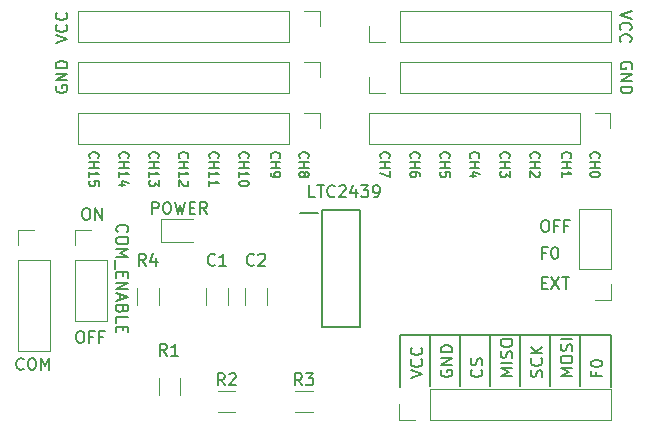
<source format=gbr>
%TF.GenerationSoftware,KiCad,Pcbnew,7.0.9*%
%TF.CreationDate,2023-12-10T22:34:59+01:00*%
%TF.ProjectId,LTC2439-Evaluation-board,4c544332-3433-4392-9d45-76616c756174,rev?*%
%TF.SameCoordinates,Original*%
%TF.FileFunction,Legend,Top*%
%TF.FilePolarity,Positive*%
%FSLAX46Y46*%
G04 Gerber Fmt 4.6, Leading zero omitted, Abs format (unit mm)*
G04 Created by KiCad (PCBNEW 7.0.9) date 2023-12-10 22:34:59*
%MOMM*%
%LPD*%
G01*
G04 APERTURE LIST*
%ADD10C,0.150000*%
%ADD11C,0.200000*%
%ADD12C,0.120000*%
G04 APERTURE END LIST*
D10*
X152146000Y-94700000D02*
X152146000Y-90424000D01*
X144526000Y-94700000D02*
X144526000Y-90424000D01*
X149600000Y-94700000D02*
X149600000Y-90450000D01*
X157300000Y-94800000D02*
X157300000Y-90500000D01*
X141986000Y-90424000D02*
X154686000Y-90424000D01*
X154686000Y-94700000D02*
X154686000Y-90424000D01*
X147066000Y-94700000D02*
X147066000Y-90424000D01*
X141986000Y-90424000D02*
X139625000Y-90425000D01*
X157091429Y-90425712D02*
X157300000Y-90425000D01*
X141990000Y-94680000D02*
X141986000Y-90424000D01*
X139625000Y-90425000D02*
X139445372Y-90424605D01*
X157300000Y-90500000D02*
X157300000Y-90425000D01*
X154686000Y-90424000D02*
X157091429Y-90425712D01*
X139450000Y-94825000D02*
X139450000Y-90475000D01*
X130991895Y-75422303D02*
X130953800Y-75384207D01*
X130953800Y-75384207D02*
X130915704Y-75269922D01*
X130915704Y-75269922D02*
X130915704Y-75193731D01*
X130915704Y-75193731D02*
X130953800Y-75079445D01*
X130953800Y-75079445D02*
X131029990Y-75003255D01*
X131029990Y-75003255D02*
X131106180Y-74965160D01*
X131106180Y-74965160D02*
X131258561Y-74927064D01*
X131258561Y-74927064D02*
X131372847Y-74927064D01*
X131372847Y-74927064D02*
X131525228Y-74965160D01*
X131525228Y-74965160D02*
X131601419Y-75003255D01*
X131601419Y-75003255D02*
X131677609Y-75079445D01*
X131677609Y-75079445D02*
X131715704Y-75193731D01*
X131715704Y-75193731D02*
X131715704Y-75269922D01*
X131715704Y-75269922D02*
X131677609Y-75384207D01*
X131677609Y-75384207D02*
X131639514Y-75422303D01*
X130915704Y-75765160D02*
X131715704Y-75765160D01*
X131334752Y-75765160D02*
X131334752Y-76222303D01*
X130915704Y-76222303D02*
X131715704Y-76222303D01*
X131372847Y-76717540D02*
X131410942Y-76641350D01*
X131410942Y-76641350D02*
X131449038Y-76603255D01*
X131449038Y-76603255D02*
X131525228Y-76565159D01*
X131525228Y-76565159D02*
X131563323Y-76565159D01*
X131563323Y-76565159D02*
X131639514Y-76603255D01*
X131639514Y-76603255D02*
X131677609Y-76641350D01*
X131677609Y-76641350D02*
X131715704Y-76717540D01*
X131715704Y-76717540D02*
X131715704Y-76869921D01*
X131715704Y-76869921D02*
X131677609Y-76946112D01*
X131677609Y-76946112D02*
X131639514Y-76984207D01*
X131639514Y-76984207D02*
X131563323Y-77022302D01*
X131563323Y-77022302D02*
X131525228Y-77022302D01*
X131525228Y-77022302D02*
X131449038Y-76984207D01*
X131449038Y-76984207D02*
X131410942Y-76946112D01*
X131410942Y-76946112D02*
X131372847Y-76869921D01*
X131372847Y-76869921D02*
X131372847Y-76717540D01*
X131372847Y-76717540D02*
X131334752Y-76641350D01*
X131334752Y-76641350D02*
X131296657Y-76603255D01*
X131296657Y-76603255D02*
X131220466Y-76565159D01*
X131220466Y-76565159D02*
X131068085Y-76565159D01*
X131068085Y-76565159D02*
X130991895Y-76603255D01*
X130991895Y-76603255D02*
X130953800Y-76641350D01*
X130953800Y-76641350D02*
X130915704Y-76717540D01*
X130915704Y-76717540D02*
X130915704Y-76869921D01*
X130915704Y-76869921D02*
X130953800Y-76946112D01*
X130953800Y-76946112D02*
X130991895Y-76984207D01*
X130991895Y-76984207D02*
X131068085Y-77022302D01*
X131068085Y-77022302D02*
X131220466Y-77022302D01*
X131220466Y-77022302D02*
X131296657Y-76984207D01*
X131296657Y-76984207D02*
X131334752Y-76946112D01*
X131334752Y-76946112D02*
X131372847Y-76869921D01*
X156064009Y-93563887D02*
X156064009Y-93897220D01*
X156587819Y-93897220D02*
X155587819Y-93897220D01*
X155587819Y-93897220D02*
X155587819Y-93421030D01*
X155587819Y-92849601D02*
X155587819Y-92754363D01*
X155587819Y-92754363D02*
X155635438Y-92659125D01*
X155635438Y-92659125D02*
X155683057Y-92611506D01*
X155683057Y-92611506D02*
X155778295Y-92563887D01*
X155778295Y-92563887D02*
X155968771Y-92516268D01*
X155968771Y-92516268D02*
X156206866Y-92516268D01*
X156206866Y-92516268D02*
X156397342Y-92563887D01*
X156397342Y-92563887D02*
X156492580Y-92611506D01*
X156492580Y-92611506D02*
X156540200Y-92659125D01*
X156540200Y-92659125D02*
X156587819Y-92754363D01*
X156587819Y-92754363D02*
X156587819Y-92849601D01*
X156587819Y-92849601D02*
X156540200Y-92944839D01*
X156540200Y-92944839D02*
X156492580Y-92992458D01*
X156492580Y-92992458D02*
X156397342Y-93040077D01*
X156397342Y-93040077D02*
X156206866Y-93087696D01*
X156206866Y-93087696D02*
X155968771Y-93087696D01*
X155968771Y-93087696D02*
X155778295Y-93040077D01*
X155778295Y-93040077D02*
X155683057Y-92992458D01*
X155683057Y-92992458D02*
X155635438Y-92944839D01*
X155635438Y-92944839D02*
X155587819Y-92849601D01*
X151460200Y-93944839D02*
X151507819Y-93801982D01*
X151507819Y-93801982D02*
X151507819Y-93563887D01*
X151507819Y-93563887D02*
X151460200Y-93468649D01*
X151460200Y-93468649D02*
X151412580Y-93421030D01*
X151412580Y-93421030D02*
X151317342Y-93373411D01*
X151317342Y-93373411D02*
X151222104Y-93373411D01*
X151222104Y-93373411D02*
X151126866Y-93421030D01*
X151126866Y-93421030D02*
X151079247Y-93468649D01*
X151079247Y-93468649D02*
X151031628Y-93563887D01*
X151031628Y-93563887D02*
X150984009Y-93754363D01*
X150984009Y-93754363D02*
X150936390Y-93849601D01*
X150936390Y-93849601D02*
X150888771Y-93897220D01*
X150888771Y-93897220D02*
X150793533Y-93944839D01*
X150793533Y-93944839D02*
X150698295Y-93944839D01*
X150698295Y-93944839D02*
X150603057Y-93897220D01*
X150603057Y-93897220D02*
X150555438Y-93849601D01*
X150555438Y-93849601D02*
X150507819Y-93754363D01*
X150507819Y-93754363D02*
X150507819Y-93516268D01*
X150507819Y-93516268D02*
X150555438Y-93373411D01*
X151412580Y-92373411D02*
X151460200Y-92421030D01*
X151460200Y-92421030D02*
X151507819Y-92563887D01*
X151507819Y-92563887D02*
X151507819Y-92659125D01*
X151507819Y-92659125D02*
X151460200Y-92801982D01*
X151460200Y-92801982D02*
X151364961Y-92897220D01*
X151364961Y-92897220D02*
X151269723Y-92944839D01*
X151269723Y-92944839D02*
X151079247Y-92992458D01*
X151079247Y-92992458D02*
X150936390Y-92992458D01*
X150936390Y-92992458D02*
X150745914Y-92944839D01*
X150745914Y-92944839D02*
X150650676Y-92897220D01*
X150650676Y-92897220D02*
X150555438Y-92801982D01*
X150555438Y-92801982D02*
X150507819Y-92659125D01*
X150507819Y-92659125D02*
X150507819Y-92563887D01*
X150507819Y-92563887D02*
X150555438Y-92421030D01*
X150555438Y-92421030D02*
X150603057Y-92373411D01*
X151507819Y-91944839D02*
X150507819Y-91944839D01*
X151507819Y-91373411D02*
X150936390Y-91801982D01*
X150507819Y-91373411D02*
X151079247Y-91944839D01*
X137849895Y-75422303D02*
X137811800Y-75384207D01*
X137811800Y-75384207D02*
X137773704Y-75269922D01*
X137773704Y-75269922D02*
X137773704Y-75193731D01*
X137773704Y-75193731D02*
X137811800Y-75079445D01*
X137811800Y-75079445D02*
X137887990Y-75003255D01*
X137887990Y-75003255D02*
X137964180Y-74965160D01*
X137964180Y-74965160D02*
X138116561Y-74927064D01*
X138116561Y-74927064D02*
X138230847Y-74927064D01*
X138230847Y-74927064D02*
X138383228Y-74965160D01*
X138383228Y-74965160D02*
X138459419Y-75003255D01*
X138459419Y-75003255D02*
X138535609Y-75079445D01*
X138535609Y-75079445D02*
X138573704Y-75193731D01*
X138573704Y-75193731D02*
X138573704Y-75269922D01*
X138573704Y-75269922D02*
X138535609Y-75384207D01*
X138535609Y-75384207D02*
X138497514Y-75422303D01*
X137773704Y-75765160D02*
X138573704Y-75765160D01*
X138192752Y-75765160D02*
X138192752Y-76222303D01*
X137773704Y-76222303D02*
X138573704Y-76222303D01*
X138573704Y-76527064D02*
X138573704Y-77060398D01*
X138573704Y-77060398D02*
X137773704Y-76717540D01*
X115541419Y-81680207D02*
X115493800Y-81632588D01*
X115493800Y-81632588D02*
X115446180Y-81489731D01*
X115446180Y-81489731D02*
X115446180Y-81394493D01*
X115446180Y-81394493D02*
X115493800Y-81251636D01*
X115493800Y-81251636D02*
X115589038Y-81156398D01*
X115589038Y-81156398D02*
X115684276Y-81108779D01*
X115684276Y-81108779D02*
X115874752Y-81061160D01*
X115874752Y-81061160D02*
X116017609Y-81061160D01*
X116017609Y-81061160D02*
X116208085Y-81108779D01*
X116208085Y-81108779D02*
X116303323Y-81156398D01*
X116303323Y-81156398D02*
X116398561Y-81251636D01*
X116398561Y-81251636D02*
X116446180Y-81394493D01*
X116446180Y-81394493D02*
X116446180Y-81489731D01*
X116446180Y-81489731D02*
X116398561Y-81632588D01*
X116398561Y-81632588D02*
X116350942Y-81680207D01*
X116446180Y-82299255D02*
X116446180Y-82489731D01*
X116446180Y-82489731D02*
X116398561Y-82584969D01*
X116398561Y-82584969D02*
X116303323Y-82680207D01*
X116303323Y-82680207D02*
X116112847Y-82727826D01*
X116112847Y-82727826D02*
X115779514Y-82727826D01*
X115779514Y-82727826D02*
X115589038Y-82680207D01*
X115589038Y-82680207D02*
X115493800Y-82584969D01*
X115493800Y-82584969D02*
X115446180Y-82489731D01*
X115446180Y-82489731D02*
X115446180Y-82299255D01*
X115446180Y-82299255D02*
X115493800Y-82204017D01*
X115493800Y-82204017D02*
X115589038Y-82108779D01*
X115589038Y-82108779D02*
X115779514Y-82061160D01*
X115779514Y-82061160D02*
X116112847Y-82061160D01*
X116112847Y-82061160D02*
X116303323Y-82108779D01*
X116303323Y-82108779D02*
X116398561Y-82204017D01*
X116398561Y-82204017D02*
X116446180Y-82299255D01*
X115446180Y-83156398D02*
X116446180Y-83156398D01*
X116446180Y-83156398D02*
X115731895Y-83489731D01*
X115731895Y-83489731D02*
X116446180Y-83823064D01*
X116446180Y-83823064D02*
X115446180Y-83823064D01*
X115350942Y-84061160D02*
X115350942Y-84823064D01*
X115969990Y-85061160D02*
X115969990Y-85394493D01*
X115446180Y-85537350D02*
X115446180Y-85061160D01*
X115446180Y-85061160D02*
X116446180Y-85061160D01*
X116446180Y-85061160D02*
X116446180Y-85537350D01*
X115446180Y-85965922D02*
X116446180Y-85965922D01*
X116446180Y-85965922D02*
X115446180Y-86537350D01*
X115446180Y-86537350D02*
X116446180Y-86537350D01*
X115731895Y-86965922D02*
X115731895Y-87442112D01*
X115446180Y-86870684D02*
X116446180Y-87204017D01*
X116446180Y-87204017D02*
X115446180Y-87537350D01*
X115969990Y-88204017D02*
X115922371Y-88346874D01*
X115922371Y-88346874D02*
X115874752Y-88394493D01*
X115874752Y-88394493D02*
X115779514Y-88442112D01*
X115779514Y-88442112D02*
X115636657Y-88442112D01*
X115636657Y-88442112D02*
X115541419Y-88394493D01*
X115541419Y-88394493D02*
X115493800Y-88346874D01*
X115493800Y-88346874D02*
X115446180Y-88251636D01*
X115446180Y-88251636D02*
X115446180Y-87870684D01*
X115446180Y-87870684D02*
X116446180Y-87870684D01*
X116446180Y-87870684D02*
X116446180Y-88204017D01*
X116446180Y-88204017D02*
X116398561Y-88299255D01*
X116398561Y-88299255D02*
X116350942Y-88346874D01*
X116350942Y-88346874D02*
X116255704Y-88394493D01*
X116255704Y-88394493D02*
X116160466Y-88394493D01*
X116160466Y-88394493D02*
X116065228Y-88346874D01*
X116065228Y-88346874D02*
X116017609Y-88299255D01*
X116017609Y-88299255D02*
X115969990Y-88204017D01*
X115969990Y-88204017D02*
X115969990Y-87870684D01*
X115446180Y-89346874D02*
X115446180Y-88870684D01*
X115446180Y-88870684D02*
X116446180Y-88870684D01*
X115969990Y-89680208D02*
X115969990Y-90013541D01*
X115446180Y-90156398D02*
X115446180Y-89680208D01*
X115446180Y-89680208D02*
X116446180Y-89680208D01*
X116446180Y-89680208D02*
X116446180Y-90156398D01*
X140389895Y-75422303D02*
X140351800Y-75384207D01*
X140351800Y-75384207D02*
X140313704Y-75269922D01*
X140313704Y-75269922D02*
X140313704Y-75193731D01*
X140313704Y-75193731D02*
X140351800Y-75079445D01*
X140351800Y-75079445D02*
X140427990Y-75003255D01*
X140427990Y-75003255D02*
X140504180Y-74965160D01*
X140504180Y-74965160D02*
X140656561Y-74927064D01*
X140656561Y-74927064D02*
X140770847Y-74927064D01*
X140770847Y-74927064D02*
X140923228Y-74965160D01*
X140923228Y-74965160D02*
X140999419Y-75003255D01*
X140999419Y-75003255D02*
X141075609Y-75079445D01*
X141075609Y-75079445D02*
X141113704Y-75193731D01*
X141113704Y-75193731D02*
X141113704Y-75269922D01*
X141113704Y-75269922D02*
X141075609Y-75384207D01*
X141075609Y-75384207D02*
X141037514Y-75422303D01*
X140313704Y-75765160D02*
X141113704Y-75765160D01*
X140732752Y-75765160D02*
X140732752Y-76222303D01*
X140313704Y-76222303D02*
X141113704Y-76222303D01*
X141113704Y-76946112D02*
X141113704Y-76793731D01*
X141113704Y-76793731D02*
X141075609Y-76717540D01*
X141075609Y-76717540D02*
X141037514Y-76679445D01*
X141037514Y-76679445D02*
X140923228Y-76603255D01*
X140923228Y-76603255D02*
X140770847Y-76565159D01*
X140770847Y-76565159D02*
X140466085Y-76565159D01*
X140466085Y-76565159D02*
X140389895Y-76603255D01*
X140389895Y-76603255D02*
X140351800Y-76641350D01*
X140351800Y-76641350D02*
X140313704Y-76717540D01*
X140313704Y-76717540D02*
X140313704Y-76869921D01*
X140313704Y-76869921D02*
X140351800Y-76946112D01*
X140351800Y-76946112D02*
X140389895Y-76984207D01*
X140389895Y-76984207D02*
X140466085Y-77022302D01*
X140466085Y-77022302D02*
X140656561Y-77022302D01*
X140656561Y-77022302D02*
X140732752Y-76984207D01*
X140732752Y-76984207D02*
X140770847Y-76946112D01*
X140770847Y-76946112D02*
X140808942Y-76869921D01*
X140808942Y-76869921D02*
X140808942Y-76717540D01*
X140808942Y-76717540D02*
X140770847Y-76641350D01*
X140770847Y-76641350D02*
X140732752Y-76603255D01*
X140732752Y-76603255D02*
X140656561Y-76565159D01*
X112795255Y-79641819D02*
X112985731Y-79641819D01*
X112985731Y-79641819D02*
X113080969Y-79689438D01*
X113080969Y-79689438D02*
X113176207Y-79784676D01*
X113176207Y-79784676D02*
X113223826Y-79975152D01*
X113223826Y-79975152D02*
X113223826Y-80308485D01*
X113223826Y-80308485D02*
X113176207Y-80498961D01*
X113176207Y-80498961D02*
X113080969Y-80594200D01*
X113080969Y-80594200D02*
X112985731Y-80641819D01*
X112985731Y-80641819D02*
X112795255Y-80641819D01*
X112795255Y-80641819D02*
X112700017Y-80594200D01*
X112700017Y-80594200D02*
X112604779Y-80498961D01*
X112604779Y-80498961D02*
X112557160Y-80308485D01*
X112557160Y-80308485D02*
X112557160Y-79975152D01*
X112557160Y-79975152D02*
X112604779Y-79784676D01*
X112604779Y-79784676D02*
X112700017Y-79689438D01*
X112700017Y-79689438D02*
X112795255Y-79641819D01*
X113652398Y-80641819D02*
X113652398Y-79641819D01*
X113652398Y-79641819D02*
X114223826Y-80641819D01*
X114223826Y-80641819D02*
X114223826Y-79641819D01*
X128568895Y-75422303D02*
X128530800Y-75384207D01*
X128530800Y-75384207D02*
X128492704Y-75269922D01*
X128492704Y-75269922D02*
X128492704Y-75193731D01*
X128492704Y-75193731D02*
X128530800Y-75079445D01*
X128530800Y-75079445D02*
X128606990Y-75003255D01*
X128606990Y-75003255D02*
X128683180Y-74965160D01*
X128683180Y-74965160D02*
X128835561Y-74927064D01*
X128835561Y-74927064D02*
X128949847Y-74927064D01*
X128949847Y-74927064D02*
X129102228Y-74965160D01*
X129102228Y-74965160D02*
X129178419Y-75003255D01*
X129178419Y-75003255D02*
X129254609Y-75079445D01*
X129254609Y-75079445D02*
X129292704Y-75193731D01*
X129292704Y-75193731D02*
X129292704Y-75269922D01*
X129292704Y-75269922D02*
X129254609Y-75384207D01*
X129254609Y-75384207D02*
X129216514Y-75422303D01*
X128492704Y-75765160D02*
X129292704Y-75765160D01*
X128911752Y-75765160D02*
X128911752Y-76222303D01*
X128492704Y-76222303D02*
X129292704Y-76222303D01*
X128492704Y-76641350D02*
X128492704Y-76793731D01*
X128492704Y-76793731D02*
X128530800Y-76869921D01*
X128530800Y-76869921D02*
X128568895Y-76908017D01*
X128568895Y-76908017D02*
X128683180Y-76984207D01*
X128683180Y-76984207D02*
X128835561Y-77022302D01*
X128835561Y-77022302D02*
X129140323Y-77022302D01*
X129140323Y-77022302D02*
X129216514Y-76984207D01*
X129216514Y-76984207D02*
X129254609Y-76946112D01*
X129254609Y-76946112D02*
X129292704Y-76869921D01*
X129292704Y-76869921D02*
X129292704Y-76717540D01*
X129292704Y-76717540D02*
X129254609Y-76641350D01*
X129254609Y-76641350D02*
X129216514Y-76603255D01*
X129216514Y-76603255D02*
X129140323Y-76565159D01*
X129140323Y-76565159D02*
X128949847Y-76565159D01*
X128949847Y-76565159D02*
X128873657Y-76603255D01*
X128873657Y-76603255D02*
X128835561Y-76641350D01*
X128835561Y-76641350D02*
X128797466Y-76717540D01*
X128797466Y-76717540D02*
X128797466Y-76869921D01*
X128797466Y-76869921D02*
X128835561Y-76946112D01*
X128835561Y-76946112D02*
X128873657Y-76984207D01*
X128873657Y-76984207D02*
X128949847Y-77022302D01*
X118446779Y-80133819D02*
X118446779Y-79133819D01*
X118446779Y-79133819D02*
X118827731Y-79133819D01*
X118827731Y-79133819D02*
X118922969Y-79181438D01*
X118922969Y-79181438D02*
X118970588Y-79229057D01*
X118970588Y-79229057D02*
X119018207Y-79324295D01*
X119018207Y-79324295D02*
X119018207Y-79467152D01*
X119018207Y-79467152D02*
X118970588Y-79562390D01*
X118970588Y-79562390D02*
X118922969Y-79610009D01*
X118922969Y-79610009D02*
X118827731Y-79657628D01*
X118827731Y-79657628D02*
X118446779Y-79657628D01*
X119637255Y-79133819D02*
X119827731Y-79133819D01*
X119827731Y-79133819D02*
X119922969Y-79181438D01*
X119922969Y-79181438D02*
X120018207Y-79276676D01*
X120018207Y-79276676D02*
X120065826Y-79467152D01*
X120065826Y-79467152D02*
X120065826Y-79800485D01*
X120065826Y-79800485D02*
X120018207Y-79990961D01*
X120018207Y-79990961D02*
X119922969Y-80086200D01*
X119922969Y-80086200D02*
X119827731Y-80133819D01*
X119827731Y-80133819D02*
X119637255Y-80133819D01*
X119637255Y-80133819D02*
X119542017Y-80086200D01*
X119542017Y-80086200D02*
X119446779Y-79990961D01*
X119446779Y-79990961D02*
X119399160Y-79800485D01*
X119399160Y-79800485D02*
X119399160Y-79467152D01*
X119399160Y-79467152D02*
X119446779Y-79276676D01*
X119446779Y-79276676D02*
X119542017Y-79181438D01*
X119542017Y-79181438D02*
X119637255Y-79133819D01*
X120399160Y-79133819D02*
X120637255Y-80133819D01*
X120637255Y-80133819D02*
X120827731Y-79419533D01*
X120827731Y-79419533D02*
X121018207Y-80133819D01*
X121018207Y-80133819D02*
X121256303Y-79133819D01*
X121637255Y-79610009D02*
X121970588Y-79610009D01*
X122113445Y-80133819D02*
X121637255Y-80133819D01*
X121637255Y-80133819D02*
X121637255Y-79133819D01*
X121637255Y-79133819D02*
X122113445Y-79133819D01*
X123113445Y-80133819D02*
X122780112Y-79657628D01*
X122542017Y-80133819D02*
X122542017Y-79133819D01*
X122542017Y-79133819D02*
X122922969Y-79133819D01*
X122922969Y-79133819D02*
X123018207Y-79181438D01*
X123018207Y-79181438D02*
X123065826Y-79229057D01*
X123065826Y-79229057D02*
X123113445Y-79324295D01*
X123113445Y-79324295D02*
X123113445Y-79467152D01*
X123113445Y-79467152D02*
X123065826Y-79562390D01*
X123065826Y-79562390D02*
X123018207Y-79610009D01*
X123018207Y-79610009D02*
X122922969Y-79657628D01*
X122922969Y-79657628D02*
X122542017Y-79657628D01*
X123371895Y-75422303D02*
X123333800Y-75384207D01*
X123333800Y-75384207D02*
X123295704Y-75269922D01*
X123295704Y-75269922D02*
X123295704Y-75193731D01*
X123295704Y-75193731D02*
X123333800Y-75079445D01*
X123333800Y-75079445D02*
X123409990Y-75003255D01*
X123409990Y-75003255D02*
X123486180Y-74965160D01*
X123486180Y-74965160D02*
X123638561Y-74927064D01*
X123638561Y-74927064D02*
X123752847Y-74927064D01*
X123752847Y-74927064D02*
X123905228Y-74965160D01*
X123905228Y-74965160D02*
X123981419Y-75003255D01*
X123981419Y-75003255D02*
X124057609Y-75079445D01*
X124057609Y-75079445D02*
X124095704Y-75193731D01*
X124095704Y-75193731D02*
X124095704Y-75269922D01*
X124095704Y-75269922D02*
X124057609Y-75384207D01*
X124057609Y-75384207D02*
X124019514Y-75422303D01*
X123295704Y-75765160D02*
X124095704Y-75765160D01*
X123714752Y-75765160D02*
X123714752Y-76222303D01*
X123295704Y-76222303D02*
X124095704Y-76222303D01*
X123295704Y-77022302D02*
X123295704Y-76565159D01*
X123295704Y-76793731D02*
X124095704Y-76793731D01*
X124095704Y-76793731D02*
X123981419Y-76717540D01*
X123981419Y-76717540D02*
X123905228Y-76641350D01*
X123905228Y-76641350D02*
X123867133Y-76565159D01*
X123295704Y-77784207D02*
X123295704Y-77327064D01*
X123295704Y-77555636D02*
X124095704Y-77555636D01*
X124095704Y-77555636D02*
X123981419Y-77479445D01*
X123981419Y-77479445D02*
X123905228Y-77403255D01*
X123905228Y-77403255D02*
X123867133Y-77327064D01*
X159082561Y-67835588D02*
X159130180Y-67740350D01*
X159130180Y-67740350D02*
X159130180Y-67597493D01*
X159130180Y-67597493D02*
X159082561Y-67454636D01*
X159082561Y-67454636D02*
X158987323Y-67359398D01*
X158987323Y-67359398D02*
X158892085Y-67311779D01*
X158892085Y-67311779D02*
X158701609Y-67264160D01*
X158701609Y-67264160D02*
X158558752Y-67264160D01*
X158558752Y-67264160D02*
X158368276Y-67311779D01*
X158368276Y-67311779D02*
X158273038Y-67359398D01*
X158273038Y-67359398D02*
X158177800Y-67454636D01*
X158177800Y-67454636D02*
X158130180Y-67597493D01*
X158130180Y-67597493D02*
X158130180Y-67692731D01*
X158130180Y-67692731D02*
X158177800Y-67835588D01*
X158177800Y-67835588D02*
X158225419Y-67883207D01*
X158225419Y-67883207D02*
X158558752Y-67883207D01*
X158558752Y-67883207D02*
X158558752Y-67692731D01*
X158130180Y-68311779D02*
X159130180Y-68311779D01*
X159130180Y-68311779D02*
X158130180Y-68883207D01*
X158130180Y-68883207D02*
X159130180Y-68883207D01*
X158130180Y-69359398D02*
X159130180Y-69359398D01*
X159130180Y-69359398D02*
X159130180Y-69597493D01*
X159130180Y-69597493D02*
X159082561Y-69740350D01*
X159082561Y-69740350D02*
X158987323Y-69835588D01*
X158987323Y-69835588D02*
X158892085Y-69883207D01*
X158892085Y-69883207D02*
X158701609Y-69930826D01*
X158701609Y-69930826D02*
X158558752Y-69930826D01*
X158558752Y-69930826D02*
X158368276Y-69883207D01*
X158368276Y-69883207D02*
X158273038Y-69835588D01*
X158273038Y-69835588D02*
X158177800Y-69740350D01*
X158177800Y-69740350D02*
X158130180Y-69597493D01*
X158130180Y-69597493D02*
X158130180Y-69359398D01*
X107588207Y-93246580D02*
X107540588Y-93294200D01*
X107540588Y-93294200D02*
X107397731Y-93341819D01*
X107397731Y-93341819D02*
X107302493Y-93341819D01*
X107302493Y-93341819D02*
X107159636Y-93294200D01*
X107159636Y-93294200D02*
X107064398Y-93198961D01*
X107064398Y-93198961D02*
X107016779Y-93103723D01*
X107016779Y-93103723D02*
X106969160Y-92913247D01*
X106969160Y-92913247D02*
X106969160Y-92770390D01*
X106969160Y-92770390D02*
X107016779Y-92579914D01*
X107016779Y-92579914D02*
X107064398Y-92484676D01*
X107064398Y-92484676D02*
X107159636Y-92389438D01*
X107159636Y-92389438D02*
X107302493Y-92341819D01*
X107302493Y-92341819D02*
X107397731Y-92341819D01*
X107397731Y-92341819D02*
X107540588Y-92389438D01*
X107540588Y-92389438D02*
X107588207Y-92437057D01*
X108207255Y-92341819D02*
X108397731Y-92341819D01*
X108397731Y-92341819D02*
X108492969Y-92389438D01*
X108492969Y-92389438D02*
X108588207Y-92484676D01*
X108588207Y-92484676D02*
X108635826Y-92675152D01*
X108635826Y-92675152D02*
X108635826Y-93008485D01*
X108635826Y-93008485D02*
X108588207Y-93198961D01*
X108588207Y-93198961D02*
X108492969Y-93294200D01*
X108492969Y-93294200D02*
X108397731Y-93341819D01*
X108397731Y-93341819D02*
X108207255Y-93341819D01*
X108207255Y-93341819D02*
X108112017Y-93294200D01*
X108112017Y-93294200D02*
X108016779Y-93198961D01*
X108016779Y-93198961D02*
X107969160Y-93008485D01*
X107969160Y-93008485D02*
X107969160Y-92675152D01*
X107969160Y-92675152D02*
X108016779Y-92484676D01*
X108016779Y-92484676D02*
X108112017Y-92389438D01*
X108112017Y-92389438D02*
X108207255Y-92341819D01*
X109064398Y-93341819D02*
X109064398Y-92341819D01*
X109064398Y-92341819D02*
X109397731Y-93056104D01*
X109397731Y-93056104D02*
X109731064Y-92341819D01*
X109731064Y-92341819D02*
X109731064Y-93341819D01*
X151466779Y-85960009D02*
X151800112Y-85960009D01*
X151942969Y-86483819D02*
X151466779Y-86483819D01*
X151466779Y-86483819D02*
X151466779Y-85483819D01*
X151466779Y-85483819D02*
X151942969Y-85483819D01*
X152276303Y-85483819D02*
X152942969Y-86483819D01*
X152942969Y-85483819D02*
X152276303Y-86483819D01*
X153181065Y-85483819D02*
X153752493Y-85483819D01*
X153466779Y-86483819D02*
X153466779Y-85483819D01*
X148009895Y-75422303D02*
X147971800Y-75384207D01*
X147971800Y-75384207D02*
X147933704Y-75269922D01*
X147933704Y-75269922D02*
X147933704Y-75193731D01*
X147933704Y-75193731D02*
X147971800Y-75079445D01*
X147971800Y-75079445D02*
X148047990Y-75003255D01*
X148047990Y-75003255D02*
X148124180Y-74965160D01*
X148124180Y-74965160D02*
X148276561Y-74927064D01*
X148276561Y-74927064D02*
X148390847Y-74927064D01*
X148390847Y-74927064D02*
X148543228Y-74965160D01*
X148543228Y-74965160D02*
X148619419Y-75003255D01*
X148619419Y-75003255D02*
X148695609Y-75079445D01*
X148695609Y-75079445D02*
X148733704Y-75193731D01*
X148733704Y-75193731D02*
X148733704Y-75269922D01*
X148733704Y-75269922D02*
X148695609Y-75384207D01*
X148695609Y-75384207D02*
X148657514Y-75422303D01*
X147933704Y-75765160D02*
X148733704Y-75765160D01*
X148352752Y-75765160D02*
X148352752Y-76222303D01*
X147933704Y-76222303D02*
X148733704Y-76222303D01*
X148733704Y-76527064D02*
X148733704Y-77022302D01*
X148733704Y-77022302D02*
X148428942Y-76755636D01*
X148428942Y-76755636D02*
X148428942Y-76869921D01*
X148428942Y-76869921D02*
X148390847Y-76946112D01*
X148390847Y-76946112D02*
X148352752Y-76984207D01*
X148352752Y-76984207D02*
X148276561Y-77022302D01*
X148276561Y-77022302D02*
X148086085Y-77022302D01*
X148086085Y-77022302D02*
X148009895Y-76984207D01*
X148009895Y-76984207D02*
X147971800Y-76946112D01*
X147971800Y-76946112D02*
X147933704Y-76869921D01*
X147933704Y-76869921D02*
X147933704Y-76641350D01*
X147933704Y-76641350D02*
X147971800Y-76565159D01*
X147971800Y-76565159D02*
X148009895Y-76527064D01*
X140347819Y-94040077D02*
X141347819Y-93706744D01*
X141347819Y-93706744D02*
X140347819Y-93373411D01*
X141252580Y-92468649D02*
X141300200Y-92516268D01*
X141300200Y-92516268D02*
X141347819Y-92659125D01*
X141347819Y-92659125D02*
X141347819Y-92754363D01*
X141347819Y-92754363D02*
X141300200Y-92897220D01*
X141300200Y-92897220D02*
X141204961Y-92992458D01*
X141204961Y-92992458D02*
X141109723Y-93040077D01*
X141109723Y-93040077D02*
X140919247Y-93087696D01*
X140919247Y-93087696D02*
X140776390Y-93087696D01*
X140776390Y-93087696D02*
X140585914Y-93040077D01*
X140585914Y-93040077D02*
X140490676Y-92992458D01*
X140490676Y-92992458D02*
X140395438Y-92897220D01*
X140395438Y-92897220D02*
X140347819Y-92754363D01*
X140347819Y-92754363D02*
X140347819Y-92659125D01*
X140347819Y-92659125D02*
X140395438Y-92516268D01*
X140395438Y-92516268D02*
X140443057Y-92468649D01*
X141252580Y-91468649D02*
X141300200Y-91516268D01*
X141300200Y-91516268D02*
X141347819Y-91659125D01*
X141347819Y-91659125D02*
X141347819Y-91754363D01*
X141347819Y-91754363D02*
X141300200Y-91897220D01*
X141300200Y-91897220D02*
X141204961Y-91992458D01*
X141204961Y-91992458D02*
X141109723Y-92040077D01*
X141109723Y-92040077D02*
X140919247Y-92087696D01*
X140919247Y-92087696D02*
X140776390Y-92087696D01*
X140776390Y-92087696D02*
X140585914Y-92040077D01*
X140585914Y-92040077D02*
X140490676Y-91992458D01*
X140490676Y-91992458D02*
X140395438Y-91897220D01*
X140395438Y-91897220D02*
X140347819Y-91754363D01*
X140347819Y-91754363D02*
X140347819Y-91659125D01*
X140347819Y-91659125D02*
X140395438Y-91516268D01*
X140395438Y-91516268D02*
X140443057Y-91468649D01*
X155629895Y-75422303D02*
X155591800Y-75384207D01*
X155591800Y-75384207D02*
X155553704Y-75269922D01*
X155553704Y-75269922D02*
X155553704Y-75193731D01*
X155553704Y-75193731D02*
X155591800Y-75079445D01*
X155591800Y-75079445D02*
X155667990Y-75003255D01*
X155667990Y-75003255D02*
X155744180Y-74965160D01*
X155744180Y-74965160D02*
X155896561Y-74927064D01*
X155896561Y-74927064D02*
X156010847Y-74927064D01*
X156010847Y-74927064D02*
X156163228Y-74965160D01*
X156163228Y-74965160D02*
X156239419Y-75003255D01*
X156239419Y-75003255D02*
X156315609Y-75079445D01*
X156315609Y-75079445D02*
X156353704Y-75193731D01*
X156353704Y-75193731D02*
X156353704Y-75269922D01*
X156353704Y-75269922D02*
X156315609Y-75384207D01*
X156315609Y-75384207D02*
X156277514Y-75422303D01*
X155553704Y-75765160D02*
X156353704Y-75765160D01*
X155972752Y-75765160D02*
X155972752Y-76222303D01*
X155553704Y-76222303D02*
X156353704Y-76222303D01*
X156353704Y-76755636D02*
X156353704Y-76831826D01*
X156353704Y-76831826D02*
X156315609Y-76908017D01*
X156315609Y-76908017D02*
X156277514Y-76946112D01*
X156277514Y-76946112D02*
X156201323Y-76984207D01*
X156201323Y-76984207D02*
X156048942Y-77022302D01*
X156048942Y-77022302D02*
X155858466Y-77022302D01*
X155858466Y-77022302D02*
X155706085Y-76984207D01*
X155706085Y-76984207D02*
X155629895Y-76946112D01*
X155629895Y-76946112D02*
X155591800Y-76908017D01*
X155591800Y-76908017D02*
X155553704Y-76831826D01*
X155553704Y-76831826D02*
X155553704Y-76755636D01*
X155553704Y-76755636D02*
X155591800Y-76679445D01*
X155591800Y-76679445D02*
X155629895Y-76641350D01*
X155629895Y-76641350D02*
X155706085Y-76603255D01*
X155706085Y-76603255D02*
X155858466Y-76565159D01*
X155858466Y-76565159D02*
X156048942Y-76565159D01*
X156048942Y-76565159D02*
X156201323Y-76603255D01*
X156201323Y-76603255D02*
X156277514Y-76641350D01*
X156277514Y-76641350D02*
X156315609Y-76679445D01*
X156315609Y-76679445D02*
X156353704Y-76755636D01*
X150549895Y-75422303D02*
X150511800Y-75384207D01*
X150511800Y-75384207D02*
X150473704Y-75269922D01*
X150473704Y-75269922D02*
X150473704Y-75193731D01*
X150473704Y-75193731D02*
X150511800Y-75079445D01*
X150511800Y-75079445D02*
X150587990Y-75003255D01*
X150587990Y-75003255D02*
X150664180Y-74965160D01*
X150664180Y-74965160D02*
X150816561Y-74927064D01*
X150816561Y-74927064D02*
X150930847Y-74927064D01*
X150930847Y-74927064D02*
X151083228Y-74965160D01*
X151083228Y-74965160D02*
X151159419Y-75003255D01*
X151159419Y-75003255D02*
X151235609Y-75079445D01*
X151235609Y-75079445D02*
X151273704Y-75193731D01*
X151273704Y-75193731D02*
X151273704Y-75269922D01*
X151273704Y-75269922D02*
X151235609Y-75384207D01*
X151235609Y-75384207D02*
X151197514Y-75422303D01*
X150473704Y-75765160D02*
X151273704Y-75765160D01*
X150892752Y-75765160D02*
X150892752Y-76222303D01*
X150473704Y-76222303D02*
X151273704Y-76222303D01*
X151197514Y-76565159D02*
X151235609Y-76603255D01*
X151235609Y-76603255D02*
X151273704Y-76679445D01*
X151273704Y-76679445D02*
X151273704Y-76869921D01*
X151273704Y-76869921D02*
X151235609Y-76946112D01*
X151235609Y-76946112D02*
X151197514Y-76984207D01*
X151197514Y-76984207D02*
X151121323Y-77022302D01*
X151121323Y-77022302D02*
X151045133Y-77022302D01*
X151045133Y-77022302D02*
X150930847Y-76984207D01*
X150930847Y-76984207D02*
X150473704Y-76527064D01*
X150473704Y-76527064D02*
X150473704Y-77022302D01*
X146332580Y-93325792D02*
X146380200Y-93373411D01*
X146380200Y-93373411D02*
X146427819Y-93516268D01*
X146427819Y-93516268D02*
X146427819Y-93611506D01*
X146427819Y-93611506D02*
X146380200Y-93754363D01*
X146380200Y-93754363D02*
X146284961Y-93849601D01*
X146284961Y-93849601D02*
X146189723Y-93897220D01*
X146189723Y-93897220D02*
X145999247Y-93944839D01*
X145999247Y-93944839D02*
X145856390Y-93944839D01*
X145856390Y-93944839D02*
X145665914Y-93897220D01*
X145665914Y-93897220D02*
X145570676Y-93849601D01*
X145570676Y-93849601D02*
X145475438Y-93754363D01*
X145475438Y-93754363D02*
X145427819Y-93611506D01*
X145427819Y-93611506D02*
X145427819Y-93516268D01*
X145427819Y-93516268D02*
X145475438Y-93373411D01*
X145475438Y-93373411D02*
X145523057Y-93325792D01*
X146380200Y-92944839D02*
X146427819Y-92801982D01*
X146427819Y-92801982D02*
X146427819Y-92563887D01*
X146427819Y-92563887D02*
X146380200Y-92468649D01*
X146380200Y-92468649D02*
X146332580Y-92421030D01*
X146332580Y-92421030D02*
X146237342Y-92373411D01*
X146237342Y-92373411D02*
X146142104Y-92373411D01*
X146142104Y-92373411D02*
X146046866Y-92421030D01*
X146046866Y-92421030D02*
X145999247Y-92468649D01*
X145999247Y-92468649D02*
X145951628Y-92563887D01*
X145951628Y-92563887D02*
X145904009Y-92754363D01*
X145904009Y-92754363D02*
X145856390Y-92849601D01*
X145856390Y-92849601D02*
X145808771Y-92897220D01*
X145808771Y-92897220D02*
X145713533Y-92944839D01*
X145713533Y-92944839D02*
X145618295Y-92944839D01*
X145618295Y-92944839D02*
X145523057Y-92897220D01*
X145523057Y-92897220D02*
X145475438Y-92849601D01*
X145475438Y-92849601D02*
X145427819Y-92754363D01*
X145427819Y-92754363D02*
X145427819Y-92516268D01*
X145427819Y-92516268D02*
X145475438Y-92373411D01*
X125911895Y-75422303D02*
X125873800Y-75384207D01*
X125873800Y-75384207D02*
X125835704Y-75269922D01*
X125835704Y-75269922D02*
X125835704Y-75193731D01*
X125835704Y-75193731D02*
X125873800Y-75079445D01*
X125873800Y-75079445D02*
X125949990Y-75003255D01*
X125949990Y-75003255D02*
X126026180Y-74965160D01*
X126026180Y-74965160D02*
X126178561Y-74927064D01*
X126178561Y-74927064D02*
X126292847Y-74927064D01*
X126292847Y-74927064D02*
X126445228Y-74965160D01*
X126445228Y-74965160D02*
X126521419Y-75003255D01*
X126521419Y-75003255D02*
X126597609Y-75079445D01*
X126597609Y-75079445D02*
X126635704Y-75193731D01*
X126635704Y-75193731D02*
X126635704Y-75269922D01*
X126635704Y-75269922D02*
X126597609Y-75384207D01*
X126597609Y-75384207D02*
X126559514Y-75422303D01*
X125835704Y-75765160D02*
X126635704Y-75765160D01*
X126254752Y-75765160D02*
X126254752Y-76222303D01*
X125835704Y-76222303D02*
X126635704Y-76222303D01*
X125835704Y-77022302D02*
X125835704Y-76565159D01*
X125835704Y-76793731D02*
X126635704Y-76793731D01*
X126635704Y-76793731D02*
X126521419Y-76717540D01*
X126521419Y-76717540D02*
X126445228Y-76641350D01*
X126445228Y-76641350D02*
X126407133Y-76565159D01*
X126635704Y-77517541D02*
X126635704Y-77593731D01*
X126635704Y-77593731D02*
X126597609Y-77669922D01*
X126597609Y-77669922D02*
X126559514Y-77708017D01*
X126559514Y-77708017D02*
X126483323Y-77746112D01*
X126483323Y-77746112D02*
X126330942Y-77784207D01*
X126330942Y-77784207D02*
X126140466Y-77784207D01*
X126140466Y-77784207D02*
X125988085Y-77746112D01*
X125988085Y-77746112D02*
X125911895Y-77708017D01*
X125911895Y-77708017D02*
X125873800Y-77669922D01*
X125873800Y-77669922D02*
X125835704Y-77593731D01*
X125835704Y-77593731D02*
X125835704Y-77517541D01*
X125835704Y-77517541D02*
X125873800Y-77441350D01*
X125873800Y-77441350D02*
X125911895Y-77403255D01*
X125911895Y-77403255D02*
X125988085Y-77365160D01*
X125988085Y-77365160D02*
X126140466Y-77327064D01*
X126140466Y-77327064D02*
X126330942Y-77327064D01*
X126330942Y-77327064D02*
X126483323Y-77365160D01*
X126483323Y-77365160D02*
X126559514Y-77403255D01*
X126559514Y-77403255D02*
X126597609Y-77441350D01*
X126597609Y-77441350D02*
X126635704Y-77517541D01*
X110342438Y-69314411D02*
X110294819Y-69409649D01*
X110294819Y-69409649D02*
X110294819Y-69552506D01*
X110294819Y-69552506D02*
X110342438Y-69695363D01*
X110342438Y-69695363D02*
X110437676Y-69790601D01*
X110437676Y-69790601D02*
X110532914Y-69838220D01*
X110532914Y-69838220D02*
X110723390Y-69885839D01*
X110723390Y-69885839D02*
X110866247Y-69885839D01*
X110866247Y-69885839D02*
X111056723Y-69838220D01*
X111056723Y-69838220D02*
X111151961Y-69790601D01*
X111151961Y-69790601D02*
X111247200Y-69695363D01*
X111247200Y-69695363D02*
X111294819Y-69552506D01*
X111294819Y-69552506D02*
X111294819Y-69457268D01*
X111294819Y-69457268D02*
X111247200Y-69314411D01*
X111247200Y-69314411D02*
X111199580Y-69266792D01*
X111199580Y-69266792D02*
X110866247Y-69266792D01*
X110866247Y-69266792D02*
X110866247Y-69457268D01*
X111294819Y-68838220D02*
X110294819Y-68838220D01*
X110294819Y-68838220D02*
X111294819Y-68266792D01*
X111294819Y-68266792D02*
X110294819Y-68266792D01*
X111294819Y-67790601D02*
X110294819Y-67790601D01*
X110294819Y-67790601D02*
X110294819Y-67552506D01*
X110294819Y-67552506D02*
X110342438Y-67409649D01*
X110342438Y-67409649D02*
X110437676Y-67314411D01*
X110437676Y-67314411D02*
X110532914Y-67266792D01*
X110532914Y-67266792D02*
X110723390Y-67219173D01*
X110723390Y-67219173D02*
X110866247Y-67219173D01*
X110866247Y-67219173D02*
X111056723Y-67266792D01*
X111056723Y-67266792D02*
X111151961Y-67314411D01*
X111151961Y-67314411D02*
X111247200Y-67409649D01*
X111247200Y-67409649D02*
X111294819Y-67552506D01*
X111294819Y-67552506D02*
X111294819Y-67790601D01*
X113211895Y-75422303D02*
X113173800Y-75384207D01*
X113173800Y-75384207D02*
X113135704Y-75269922D01*
X113135704Y-75269922D02*
X113135704Y-75193731D01*
X113135704Y-75193731D02*
X113173800Y-75079445D01*
X113173800Y-75079445D02*
X113249990Y-75003255D01*
X113249990Y-75003255D02*
X113326180Y-74965160D01*
X113326180Y-74965160D02*
X113478561Y-74927064D01*
X113478561Y-74927064D02*
X113592847Y-74927064D01*
X113592847Y-74927064D02*
X113745228Y-74965160D01*
X113745228Y-74965160D02*
X113821419Y-75003255D01*
X113821419Y-75003255D02*
X113897609Y-75079445D01*
X113897609Y-75079445D02*
X113935704Y-75193731D01*
X113935704Y-75193731D02*
X113935704Y-75269922D01*
X113935704Y-75269922D02*
X113897609Y-75384207D01*
X113897609Y-75384207D02*
X113859514Y-75422303D01*
X113135704Y-75765160D02*
X113935704Y-75765160D01*
X113554752Y-75765160D02*
X113554752Y-76222303D01*
X113135704Y-76222303D02*
X113935704Y-76222303D01*
X113135704Y-77022302D02*
X113135704Y-76565159D01*
X113135704Y-76793731D02*
X113935704Y-76793731D01*
X113935704Y-76793731D02*
X113821419Y-76717540D01*
X113821419Y-76717540D02*
X113745228Y-76641350D01*
X113745228Y-76641350D02*
X113707133Y-76565159D01*
X113935704Y-77746112D02*
X113935704Y-77365160D01*
X113935704Y-77365160D02*
X113554752Y-77327064D01*
X113554752Y-77327064D02*
X113592847Y-77365160D01*
X113592847Y-77365160D02*
X113630942Y-77441350D01*
X113630942Y-77441350D02*
X113630942Y-77631826D01*
X113630942Y-77631826D02*
X113592847Y-77708017D01*
X113592847Y-77708017D02*
X113554752Y-77746112D01*
X113554752Y-77746112D02*
X113478561Y-77784207D01*
X113478561Y-77784207D02*
X113288085Y-77784207D01*
X113288085Y-77784207D02*
X113211895Y-77746112D01*
X113211895Y-77746112D02*
X113173800Y-77708017D01*
X113173800Y-77708017D02*
X113135704Y-77631826D01*
X113135704Y-77631826D02*
X113135704Y-77441350D01*
X113135704Y-77441350D02*
X113173800Y-77365160D01*
X113173800Y-77365160D02*
X113211895Y-77327064D01*
X112287255Y-90055819D02*
X112477731Y-90055819D01*
X112477731Y-90055819D02*
X112572969Y-90103438D01*
X112572969Y-90103438D02*
X112668207Y-90198676D01*
X112668207Y-90198676D02*
X112715826Y-90389152D01*
X112715826Y-90389152D02*
X112715826Y-90722485D01*
X112715826Y-90722485D02*
X112668207Y-90912961D01*
X112668207Y-90912961D02*
X112572969Y-91008200D01*
X112572969Y-91008200D02*
X112477731Y-91055819D01*
X112477731Y-91055819D02*
X112287255Y-91055819D01*
X112287255Y-91055819D02*
X112192017Y-91008200D01*
X112192017Y-91008200D02*
X112096779Y-90912961D01*
X112096779Y-90912961D02*
X112049160Y-90722485D01*
X112049160Y-90722485D02*
X112049160Y-90389152D01*
X112049160Y-90389152D02*
X112096779Y-90198676D01*
X112096779Y-90198676D02*
X112192017Y-90103438D01*
X112192017Y-90103438D02*
X112287255Y-90055819D01*
X113477731Y-90532009D02*
X113144398Y-90532009D01*
X113144398Y-91055819D02*
X113144398Y-90055819D01*
X113144398Y-90055819D02*
X113620588Y-90055819D01*
X114334874Y-90532009D02*
X114001541Y-90532009D01*
X114001541Y-91055819D02*
X114001541Y-90055819D01*
X114001541Y-90055819D02*
X114477731Y-90055819D01*
X145456895Y-75422303D02*
X145418800Y-75384207D01*
X145418800Y-75384207D02*
X145380704Y-75269922D01*
X145380704Y-75269922D02*
X145380704Y-75193731D01*
X145380704Y-75193731D02*
X145418800Y-75079445D01*
X145418800Y-75079445D02*
X145494990Y-75003255D01*
X145494990Y-75003255D02*
X145571180Y-74965160D01*
X145571180Y-74965160D02*
X145723561Y-74927064D01*
X145723561Y-74927064D02*
X145837847Y-74927064D01*
X145837847Y-74927064D02*
X145990228Y-74965160D01*
X145990228Y-74965160D02*
X146066419Y-75003255D01*
X146066419Y-75003255D02*
X146142609Y-75079445D01*
X146142609Y-75079445D02*
X146180704Y-75193731D01*
X146180704Y-75193731D02*
X146180704Y-75269922D01*
X146180704Y-75269922D02*
X146142609Y-75384207D01*
X146142609Y-75384207D02*
X146104514Y-75422303D01*
X145380704Y-75765160D02*
X146180704Y-75765160D01*
X145799752Y-75765160D02*
X145799752Y-76222303D01*
X145380704Y-76222303D02*
X146180704Y-76222303D01*
X145914038Y-76946112D02*
X145380704Y-76946112D01*
X146218800Y-76755636D02*
X145647371Y-76565159D01*
X145647371Y-76565159D02*
X145647371Y-77060398D01*
X153206895Y-75422303D02*
X153168800Y-75384207D01*
X153168800Y-75384207D02*
X153130704Y-75269922D01*
X153130704Y-75269922D02*
X153130704Y-75193731D01*
X153130704Y-75193731D02*
X153168800Y-75079445D01*
X153168800Y-75079445D02*
X153244990Y-75003255D01*
X153244990Y-75003255D02*
X153321180Y-74965160D01*
X153321180Y-74965160D02*
X153473561Y-74927064D01*
X153473561Y-74927064D02*
X153587847Y-74927064D01*
X153587847Y-74927064D02*
X153740228Y-74965160D01*
X153740228Y-74965160D02*
X153816419Y-75003255D01*
X153816419Y-75003255D02*
X153892609Y-75079445D01*
X153892609Y-75079445D02*
X153930704Y-75193731D01*
X153930704Y-75193731D02*
X153930704Y-75269922D01*
X153930704Y-75269922D02*
X153892609Y-75384207D01*
X153892609Y-75384207D02*
X153854514Y-75422303D01*
X153130704Y-75765160D02*
X153930704Y-75765160D01*
X153549752Y-75765160D02*
X153549752Y-76222303D01*
X153130704Y-76222303D02*
X153930704Y-76222303D01*
X153130704Y-77022302D02*
X153130704Y-76565159D01*
X153130704Y-76793731D02*
X153930704Y-76793731D01*
X153930704Y-76793731D02*
X153816419Y-76717540D01*
X153816419Y-76717540D02*
X153740228Y-76641350D01*
X153740228Y-76641350D02*
X153702133Y-76565159D01*
X118291895Y-75422303D02*
X118253800Y-75384207D01*
X118253800Y-75384207D02*
X118215704Y-75269922D01*
X118215704Y-75269922D02*
X118215704Y-75193731D01*
X118215704Y-75193731D02*
X118253800Y-75079445D01*
X118253800Y-75079445D02*
X118329990Y-75003255D01*
X118329990Y-75003255D02*
X118406180Y-74965160D01*
X118406180Y-74965160D02*
X118558561Y-74927064D01*
X118558561Y-74927064D02*
X118672847Y-74927064D01*
X118672847Y-74927064D02*
X118825228Y-74965160D01*
X118825228Y-74965160D02*
X118901419Y-75003255D01*
X118901419Y-75003255D02*
X118977609Y-75079445D01*
X118977609Y-75079445D02*
X119015704Y-75193731D01*
X119015704Y-75193731D02*
X119015704Y-75269922D01*
X119015704Y-75269922D02*
X118977609Y-75384207D01*
X118977609Y-75384207D02*
X118939514Y-75422303D01*
X118215704Y-75765160D02*
X119015704Y-75765160D01*
X118634752Y-75765160D02*
X118634752Y-76222303D01*
X118215704Y-76222303D02*
X119015704Y-76222303D01*
X118215704Y-77022302D02*
X118215704Y-76565159D01*
X118215704Y-76793731D02*
X119015704Y-76793731D01*
X119015704Y-76793731D02*
X118901419Y-76717540D01*
X118901419Y-76717540D02*
X118825228Y-76641350D01*
X118825228Y-76641350D02*
X118787133Y-76565159D01*
X119015704Y-77288969D02*
X119015704Y-77784207D01*
X119015704Y-77784207D02*
X118710942Y-77517541D01*
X118710942Y-77517541D02*
X118710942Y-77631826D01*
X118710942Y-77631826D02*
X118672847Y-77708017D01*
X118672847Y-77708017D02*
X118634752Y-77746112D01*
X118634752Y-77746112D02*
X118558561Y-77784207D01*
X118558561Y-77784207D02*
X118368085Y-77784207D01*
X118368085Y-77784207D02*
X118291895Y-77746112D01*
X118291895Y-77746112D02*
X118253800Y-77708017D01*
X118253800Y-77708017D02*
X118215704Y-77631826D01*
X118215704Y-77631826D02*
X118215704Y-77403255D01*
X118215704Y-77403255D02*
X118253800Y-77327064D01*
X118253800Y-77327064D02*
X118291895Y-77288969D01*
X142935438Y-93373411D02*
X142887819Y-93468649D01*
X142887819Y-93468649D02*
X142887819Y-93611506D01*
X142887819Y-93611506D02*
X142935438Y-93754363D01*
X142935438Y-93754363D02*
X143030676Y-93849601D01*
X143030676Y-93849601D02*
X143125914Y-93897220D01*
X143125914Y-93897220D02*
X143316390Y-93944839D01*
X143316390Y-93944839D02*
X143459247Y-93944839D01*
X143459247Y-93944839D02*
X143649723Y-93897220D01*
X143649723Y-93897220D02*
X143744961Y-93849601D01*
X143744961Y-93849601D02*
X143840200Y-93754363D01*
X143840200Y-93754363D02*
X143887819Y-93611506D01*
X143887819Y-93611506D02*
X143887819Y-93516268D01*
X143887819Y-93516268D02*
X143840200Y-93373411D01*
X143840200Y-93373411D02*
X143792580Y-93325792D01*
X143792580Y-93325792D02*
X143459247Y-93325792D01*
X143459247Y-93325792D02*
X143459247Y-93516268D01*
X143887819Y-92897220D02*
X142887819Y-92897220D01*
X142887819Y-92897220D02*
X143887819Y-92325792D01*
X143887819Y-92325792D02*
X142887819Y-92325792D01*
X143887819Y-91849601D02*
X142887819Y-91849601D01*
X142887819Y-91849601D02*
X142887819Y-91611506D01*
X142887819Y-91611506D02*
X142935438Y-91468649D01*
X142935438Y-91468649D02*
X143030676Y-91373411D01*
X143030676Y-91373411D02*
X143125914Y-91325792D01*
X143125914Y-91325792D02*
X143316390Y-91278173D01*
X143316390Y-91278173D02*
X143459247Y-91278173D01*
X143459247Y-91278173D02*
X143649723Y-91325792D01*
X143649723Y-91325792D02*
X143744961Y-91373411D01*
X143744961Y-91373411D02*
X143840200Y-91468649D01*
X143840200Y-91468649D02*
X143887819Y-91611506D01*
X143887819Y-91611506D02*
X143887819Y-91849601D01*
X151800112Y-83420009D02*
X151466779Y-83420009D01*
X151466779Y-83943819D02*
X151466779Y-82943819D01*
X151466779Y-82943819D02*
X151942969Y-82943819D01*
X152514398Y-82943819D02*
X152609636Y-82943819D01*
X152609636Y-82943819D02*
X152704874Y-82991438D01*
X152704874Y-82991438D02*
X152752493Y-83039057D01*
X152752493Y-83039057D02*
X152800112Y-83134295D01*
X152800112Y-83134295D02*
X152847731Y-83324771D01*
X152847731Y-83324771D02*
X152847731Y-83562866D01*
X152847731Y-83562866D02*
X152800112Y-83753342D01*
X152800112Y-83753342D02*
X152752493Y-83848580D01*
X152752493Y-83848580D02*
X152704874Y-83896200D01*
X152704874Y-83896200D02*
X152609636Y-83943819D01*
X152609636Y-83943819D02*
X152514398Y-83943819D01*
X152514398Y-83943819D02*
X152419160Y-83896200D01*
X152419160Y-83896200D02*
X152371541Y-83848580D01*
X152371541Y-83848580D02*
X152323922Y-83753342D01*
X152323922Y-83753342D02*
X152276303Y-83562866D01*
X152276303Y-83562866D02*
X152276303Y-83324771D01*
X152276303Y-83324771D02*
X152323922Y-83134295D01*
X152323922Y-83134295D02*
X152371541Y-83039057D01*
X152371541Y-83039057D02*
X152419160Y-82991438D01*
X152419160Y-82991438D02*
X152514398Y-82943819D01*
X115751895Y-75422303D02*
X115713800Y-75384207D01*
X115713800Y-75384207D02*
X115675704Y-75269922D01*
X115675704Y-75269922D02*
X115675704Y-75193731D01*
X115675704Y-75193731D02*
X115713800Y-75079445D01*
X115713800Y-75079445D02*
X115789990Y-75003255D01*
X115789990Y-75003255D02*
X115866180Y-74965160D01*
X115866180Y-74965160D02*
X116018561Y-74927064D01*
X116018561Y-74927064D02*
X116132847Y-74927064D01*
X116132847Y-74927064D02*
X116285228Y-74965160D01*
X116285228Y-74965160D02*
X116361419Y-75003255D01*
X116361419Y-75003255D02*
X116437609Y-75079445D01*
X116437609Y-75079445D02*
X116475704Y-75193731D01*
X116475704Y-75193731D02*
X116475704Y-75269922D01*
X116475704Y-75269922D02*
X116437609Y-75384207D01*
X116437609Y-75384207D02*
X116399514Y-75422303D01*
X115675704Y-75765160D02*
X116475704Y-75765160D01*
X116094752Y-75765160D02*
X116094752Y-76222303D01*
X115675704Y-76222303D02*
X116475704Y-76222303D01*
X115675704Y-77022302D02*
X115675704Y-76565159D01*
X115675704Y-76793731D02*
X116475704Y-76793731D01*
X116475704Y-76793731D02*
X116361419Y-76717540D01*
X116361419Y-76717540D02*
X116285228Y-76641350D01*
X116285228Y-76641350D02*
X116247133Y-76565159D01*
X116209038Y-77708017D02*
X115675704Y-77708017D01*
X116513800Y-77517541D02*
X115942371Y-77327064D01*
X115942371Y-77327064D02*
X115942371Y-77822303D01*
X151657255Y-80657819D02*
X151847731Y-80657819D01*
X151847731Y-80657819D02*
X151942969Y-80705438D01*
X151942969Y-80705438D02*
X152038207Y-80800676D01*
X152038207Y-80800676D02*
X152085826Y-80991152D01*
X152085826Y-80991152D02*
X152085826Y-81324485D01*
X152085826Y-81324485D02*
X152038207Y-81514961D01*
X152038207Y-81514961D02*
X151942969Y-81610200D01*
X151942969Y-81610200D02*
X151847731Y-81657819D01*
X151847731Y-81657819D02*
X151657255Y-81657819D01*
X151657255Y-81657819D02*
X151562017Y-81610200D01*
X151562017Y-81610200D02*
X151466779Y-81514961D01*
X151466779Y-81514961D02*
X151419160Y-81324485D01*
X151419160Y-81324485D02*
X151419160Y-80991152D01*
X151419160Y-80991152D02*
X151466779Y-80800676D01*
X151466779Y-80800676D02*
X151562017Y-80705438D01*
X151562017Y-80705438D02*
X151657255Y-80657819D01*
X152847731Y-81134009D02*
X152514398Y-81134009D01*
X152514398Y-81657819D02*
X152514398Y-80657819D01*
X152514398Y-80657819D02*
X152990588Y-80657819D01*
X153704874Y-81134009D02*
X153371541Y-81134009D01*
X153371541Y-81657819D02*
X153371541Y-80657819D01*
X153371541Y-80657819D02*
X153847731Y-80657819D01*
X110294819Y-65681077D02*
X111294819Y-65347744D01*
X111294819Y-65347744D02*
X110294819Y-65014411D01*
X111199580Y-64109649D02*
X111247200Y-64157268D01*
X111247200Y-64157268D02*
X111294819Y-64300125D01*
X111294819Y-64300125D02*
X111294819Y-64395363D01*
X111294819Y-64395363D02*
X111247200Y-64538220D01*
X111247200Y-64538220D02*
X111151961Y-64633458D01*
X111151961Y-64633458D02*
X111056723Y-64681077D01*
X111056723Y-64681077D02*
X110866247Y-64728696D01*
X110866247Y-64728696D02*
X110723390Y-64728696D01*
X110723390Y-64728696D02*
X110532914Y-64681077D01*
X110532914Y-64681077D02*
X110437676Y-64633458D01*
X110437676Y-64633458D02*
X110342438Y-64538220D01*
X110342438Y-64538220D02*
X110294819Y-64395363D01*
X110294819Y-64395363D02*
X110294819Y-64300125D01*
X110294819Y-64300125D02*
X110342438Y-64157268D01*
X110342438Y-64157268D02*
X110390057Y-64109649D01*
X111199580Y-63109649D02*
X111247200Y-63157268D01*
X111247200Y-63157268D02*
X111294819Y-63300125D01*
X111294819Y-63300125D02*
X111294819Y-63395363D01*
X111294819Y-63395363D02*
X111247200Y-63538220D01*
X111247200Y-63538220D02*
X111151961Y-63633458D01*
X111151961Y-63633458D02*
X111056723Y-63681077D01*
X111056723Y-63681077D02*
X110866247Y-63728696D01*
X110866247Y-63728696D02*
X110723390Y-63728696D01*
X110723390Y-63728696D02*
X110532914Y-63681077D01*
X110532914Y-63681077D02*
X110437676Y-63633458D01*
X110437676Y-63633458D02*
X110342438Y-63538220D01*
X110342438Y-63538220D02*
X110294819Y-63395363D01*
X110294819Y-63395363D02*
X110294819Y-63300125D01*
X110294819Y-63300125D02*
X110342438Y-63157268D01*
X110342438Y-63157268D02*
X110390057Y-63109649D01*
X120818895Y-75422303D02*
X120780800Y-75384207D01*
X120780800Y-75384207D02*
X120742704Y-75269922D01*
X120742704Y-75269922D02*
X120742704Y-75193731D01*
X120742704Y-75193731D02*
X120780800Y-75079445D01*
X120780800Y-75079445D02*
X120856990Y-75003255D01*
X120856990Y-75003255D02*
X120933180Y-74965160D01*
X120933180Y-74965160D02*
X121085561Y-74927064D01*
X121085561Y-74927064D02*
X121199847Y-74927064D01*
X121199847Y-74927064D02*
X121352228Y-74965160D01*
X121352228Y-74965160D02*
X121428419Y-75003255D01*
X121428419Y-75003255D02*
X121504609Y-75079445D01*
X121504609Y-75079445D02*
X121542704Y-75193731D01*
X121542704Y-75193731D02*
X121542704Y-75269922D01*
X121542704Y-75269922D02*
X121504609Y-75384207D01*
X121504609Y-75384207D02*
X121466514Y-75422303D01*
X120742704Y-75765160D02*
X121542704Y-75765160D01*
X121161752Y-75765160D02*
X121161752Y-76222303D01*
X120742704Y-76222303D02*
X121542704Y-76222303D01*
X120742704Y-77022302D02*
X120742704Y-76565159D01*
X120742704Y-76793731D02*
X121542704Y-76793731D01*
X121542704Y-76793731D02*
X121428419Y-76717540D01*
X121428419Y-76717540D02*
X121352228Y-76641350D01*
X121352228Y-76641350D02*
X121314133Y-76565159D01*
X121466514Y-77327064D02*
X121504609Y-77365160D01*
X121504609Y-77365160D02*
X121542704Y-77441350D01*
X121542704Y-77441350D02*
X121542704Y-77631826D01*
X121542704Y-77631826D02*
X121504609Y-77708017D01*
X121504609Y-77708017D02*
X121466514Y-77746112D01*
X121466514Y-77746112D02*
X121390323Y-77784207D01*
X121390323Y-77784207D02*
X121314133Y-77784207D01*
X121314133Y-77784207D02*
X121199847Y-77746112D01*
X121199847Y-77746112D02*
X120742704Y-77288969D01*
X120742704Y-77288969D02*
X120742704Y-77784207D01*
X159055180Y-62993922D02*
X158055180Y-63327255D01*
X158055180Y-63327255D02*
X159055180Y-63660588D01*
X158150419Y-64565350D02*
X158102800Y-64517731D01*
X158102800Y-64517731D02*
X158055180Y-64374874D01*
X158055180Y-64374874D02*
X158055180Y-64279636D01*
X158055180Y-64279636D02*
X158102800Y-64136779D01*
X158102800Y-64136779D02*
X158198038Y-64041541D01*
X158198038Y-64041541D02*
X158293276Y-63993922D01*
X158293276Y-63993922D02*
X158483752Y-63946303D01*
X158483752Y-63946303D02*
X158626609Y-63946303D01*
X158626609Y-63946303D02*
X158817085Y-63993922D01*
X158817085Y-63993922D02*
X158912323Y-64041541D01*
X158912323Y-64041541D02*
X159007561Y-64136779D01*
X159007561Y-64136779D02*
X159055180Y-64279636D01*
X159055180Y-64279636D02*
X159055180Y-64374874D01*
X159055180Y-64374874D02*
X159007561Y-64517731D01*
X159007561Y-64517731D02*
X158959942Y-64565350D01*
X158150419Y-65565350D02*
X158102800Y-65517731D01*
X158102800Y-65517731D02*
X158055180Y-65374874D01*
X158055180Y-65374874D02*
X158055180Y-65279636D01*
X158055180Y-65279636D02*
X158102800Y-65136779D01*
X158102800Y-65136779D02*
X158198038Y-65041541D01*
X158198038Y-65041541D02*
X158293276Y-64993922D01*
X158293276Y-64993922D02*
X158483752Y-64946303D01*
X158483752Y-64946303D02*
X158626609Y-64946303D01*
X158626609Y-64946303D02*
X158817085Y-64993922D01*
X158817085Y-64993922D02*
X158912323Y-65041541D01*
X158912323Y-65041541D02*
X159007561Y-65136779D01*
X159007561Y-65136779D02*
X159055180Y-65279636D01*
X159055180Y-65279636D02*
X159055180Y-65374874D01*
X159055180Y-65374874D02*
X159007561Y-65517731D01*
X159007561Y-65517731D02*
X158959942Y-65565350D01*
X154047819Y-93897220D02*
X153047819Y-93897220D01*
X153047819Y-93897220D02*
X153762104Y-93563887D01*
X153762104Y-93563887D02*
X153047819Y-93230554D01*
X153047819Y-93230554D02*
X154047819Y-93230554D01*
X153047819Y-92563887D02*
X153047819Y-92373411D01*
X153047819Y-92373411D02*
X153095438Y-92278173D01*
X153095438Y-92278173D02*
X153190676Y-92182935D01*
X153190676Y-92182935D02*
X153381152Y-92135316D01*
X153381152Y-92135316D02*
X153714485Y-92135316D01*
X153714485Y-92135316D02*
X153904961Y-92182935D01*
X153904961Y-92182935D02*
X154000200Y-92278173D01*
X154000200Y-92278173D02*
X154047819Y-92373411D01*
X154047819Y-92373411D02*
X154047819Y-92563887D01*
X154047819Y-92563887D02*
X154000200Y-92659125D01*
X154000200Y-92659125D02*
X153904961Y-92754363D01*
X153904961Y-92754363D02*
X153714485Y-92801982D01*
X153714485Y-92801982D02*
X153381152Y-92801982D01*
X153381152Y-92801982D02*
X153190676Y-92754363D01*
X153190676Y-92754363D02*
X153095438Y-92659125D01*
X153095438Y-92659125D02*
X153047819Y-92563887D01*
X154000200Y-91754363D02*
X154047819Y-91611506D01*
X154047819Y-91611506D02*
X154047819Y-91373411D01*
X154047819Y-91373411D02*
X154000200Y-91278173D01*
X154000200Y-91278173D02*
X153952580Y-91230554D01*
X153952580Y-91230554D02*
X153857342Y-91182935D01*
X153857342Y-91182935D02*
X153762104Y-91182935D01*
X153762104Y-91182935D02*
X153666866Y-91230554D01*
X153666866Y-91230554D02*
X153619247Y-91278173D01*
X153619247Y-91278173D02*
X153571628Y-91373411D01*
X153571628Y-91373411D02*
X153524009Y-91563887D01*
X153524009Y-91563887D02*
X153476390Y-91659125D01*
X153476390Y-91659125D02*
X153428771Y-91706744D01*
X153428771Y-91706744D02*
X153333533Y-91754363D01*
X153333533Y-91754363D02*
X153238295Y-91754363D01*
X153238295Y-91754363D02*
X153143057Y-91706744D01*
X153143057Y-91706744D02*
X153095438Y-91659125D01*
X153095438Y-91659125D02*
X153047819Y-91563887D01*
X153047819Y-91563887D02*
X153047819Y-91325792D01*
X153047819Y-91325792D02*
X153095438Y-91182935D01*
X154047819Y-90754363D02*
X153047819Y-90754363D01*
X148967819Y-93897220D02*
X147967819Y-93897220D01*
X147967819Y-93897220D02*
X148682104Y-93563887D01*
X148682104Y-93563887D02*
X147967819Y-93230554D01*
X147967819Y-93230554D02*
X148967819Y-93230554D01*
X148967819Y-92754363D02*
X147967819Y-92754363D01*
X148920200Y-92325792D02*
X148967819Y-92182935D01*
X148967819Y-92182935D02*
X148967819Y-91944840D01*
X148967819Y-91944840D02*
X148920200Y-91849602D01*
X148920200Y-91849602D02*
X148872580Y-91801983D01*
X148872580Y-91801983D02*
X148777342Y-91754364D01*
X148777342Y-91754364D02*
X148682104Y-91754364D01*
X148682104Y-91754364D02*
X148586866Y-91801983D01*
X148586866Y-91801983D02*
X148539247Y-91849602D01*
X148539247Y-91849602D02*
X148491628Y-91944840D01*
X148491628Y-91944840D02*
X148444009Y-92135316D01*
X148444009Y-92135316D02*
X148396390Y-92230554D01*
X148396390Y-92230554D02*
X148348771Y-92278173D01*
X148348771Y-92278173D02*
X148253533Y-92325792D01*
X148253533Y-92325792D02*
X148158295Y-92325792D01*
X148158295Y-92325792D02*
X148063057Y-92278173D01*
X148063057Y-92278173D02*
X148015438Y-92230554D01*
X148015438Y-92230554D02*
X147967819Y-92135316D01*
X147967819Y-92135316D02*
X147967819Y-91897221D01*
X147967819Y-91897221D02*
X148015438Y-91754364D01*
X147967819Y-91135316D02*
X147967819Y-90944840D01*
X147967819Y-90944840D02*
X148015438Y-90849602D01*
X148015438Y-90849602D02*
X148110676Y-90754364D01*
X148110676Y-90754364D02*
X148301152Y-90706745D01*
X148301152Y-90706745D02*
X148634485Y-90706745D01*
X148634485Y-90706745D02*
X148824961Y-90754364D01*
X148824961Y-90754364D02*
X148920200Y-90849602D01*
X148920200Y-90849602D02*
X148967819Y-90944840D01*
X148967819Y-90944840D02*
X148967819Y-91135316D01*
X148967819Y-91135316D02*
X148920200Y-91230554D01*
X148920200Y-91230554D02*
X148824961Y-91325792D01*
X148824961Y-91325792D02*
X148634485Y-91373411D01*
X148634485Y-91373411D02*
X148301152Y-91373411D01*
X148301152Y-91373411D02*
X148110676Y-91325792D01*
X148110676Y-91325792D02*
X148015438Y-91230554D01*
X148015438Y-91230554D02*
X147967819Y-91135316D01*
X142929895Y-75422303D02*
X142891800Y-75384207D01*
X142891800Y-75384207D02*
X142853704Y-75269922D01*
X142853704Y-75269922D02*
X142853704Y-75193731D01*
X142853704Y-75193731D02*
X142891800Y-75079445D01*
X142891800Y-75079445D02*
X142967990Y-75003255D01*
X142967990Y-75003255D02*
X143044180Y-74965160D01*
X143044180Y-74965160D02*
X143196561Y-74927064D01*
X143196561Y-74927064D02*
X143310847Y-74927064D01*
X143310847Y-74927064D02*
X143463228Y-74965160D01*
X143463228Y-74965160D02*
X143539419Y-75003255D01*
X143539419Y-75003255D02*
X143615609Y-75079445D01*
X143615609Y-75079445D02*
X143653704Y-75193731D01*
X143653704Y-75193731D02*
X143653704Y-75269922D01*
X143653704Y-75269922D02*
X143615609Y-75384207D01*
X143615609Y-75384207D02*
X143577514Y-75422303D01*
X142853704Y-75765160D02*
X143653704Y-75765160D01*
X143272752Y-75765160D02*
X143272752Y-76222303D01*
X142853704Y-76222303D02*
X143653704Y-76222303D01*
X143653704Y-76984207D02*
X143653704Y-76603255D01*
X143653704Y-76603255D02*
X143272752Y-76565159D01*
X143272752Y-76565159D02*
X143310847Y-76603255D01*
X143310847Y-76603255D02*
X143348942Y-76679445D01*
X143348942Y-76679445D02*
X143348942Y-76869921D01*
X143348942Y-76869921D02*
X143310847Y-76946112D01*
X143310847Y-76946112D02*
X143272752Y-76984207D01*
X143272752Y-76984207D02*
X143196561Y-77022302D01*
X143196561Y-77022302D02*
X143006085Y-77022302D01*
X143006085Y-77022302D02*
X142929895Y-76984207D01*
X142929895Y-76984207D02*
X142891800Y-76946112D01*
X142891800Y-76946112D02*
X142853704Y-76869921D01*
X142853704Y-76869921D02*
X142853704Y-76679445D01*
X142853704Y-76679445D02*
X142891800Y-76603255D01*
X142891800Y-76603255D02*
X142929895Y-76565159D01*
X123785333Y-84433580D02*
X123737714Y-84481200D01*
X123737714Y-84481200D02*
X123594857Y-84528819D01*
X123594857Y-84528819D02*
X123499619Y-84528819D01*
X123499619Y-84528819D02*
X123356762Y-84481200D01*
X123356762Y-84481200D02*
X123261524Y-84385961D01*
X123261524Y-84385961D02*
X123213905Y-84290723D01*
X123213905Y-84290723D02*
X123166286Y-84100247D01*
X123166286Y-84100247D02*
X123166286Y-83957390D01*
X123166286Y-83957390D02*
X123213905Y-83766914D01*
X123213905Y-83766914D02*
X123261524Y-83671676D01*
X123261524Y-83671676D02*
X123356762Y-83576438D01*
X123356762Y-83576438D02*
X123499619Y-83528819D01*
X123499619Y-83528819D02*
X123594857Y-83528819D01*
X123594857Y-83528819D02*
X123737714Y-83576438D01*
X123737714Y-83576438D02*
X123785333Y-83624057D01*
X124737714Y-84528819D02*
X124166286Y-84528819D01*
X124452000Y-84528819D02*
X124452000Y-83528819D01*
X124452000Y-83528819D02*
X124356762Y-83671676D01*
X124356762Y-83671676D02*
X124261524Y-83766914D01*
X124261524Y-83766914D02*
X124166286Y-83814533D01*
X124608833Y-94646819D02*
X124275500Y-94170628D01*
X124037405Y-94646819D02*
X124037405Y-93646819D01*
X124037405Y-93646819D02*
X124418357Y-93646819D01*
X124418357Y-93646819D02*
X124513595Y-93694438D01*
X124513595Y-93694438D02*
X124561214Y-93742057D01*
X124561214Y-93742057D02*
X124608833Y-93837295D01*
X124608833Y-93837295D02*
X124608833Y-93980152D01*
X124608833Y-93980152D02*
X124561214Y-94075390D01*
X124561214Y-94075390D02*
X124513595Y-94123009D01*
X124513595Y-94123009D02*
X124418357Y-94170628D01*
X124418357Y-94170628D02*
X124037405Y-94170628D01*
X124989786Y-93742057D02*
X125037405Y-93694438D01*
X125037405Y-93694438D02*
X125132643Y-93646819D01*
X125132643Y-93646819D02*
X125370738Y-93646819D01*
X125370738Y-93646819D02*
X125465976Y-93694438D01*
X125465976Y-93694438D02*
X125513595Y-93742057D01*
X125513595Y-93742057D02*
X125561214Y-93837295D01*
X125561214Y-93837295D02*
X125561214Y-93932533D01*
X125561214Y-93932533D02*
X125513595Y-94075390D01*
X125513595Y-94075390D02*
X124942167Y-94646819D01*
X124942167Y-94646819D02*
X125561214Y-94646819D01*
X119721333Y-92148819D02*
X119388000Y-91672628D01*
X119149905Y-92148819D02*
X119149905Y-91148819D01*
X119149905Y-91148819D02*
X119530857Y-91148819D01*
X119530857Y-91148819D02*
X119626095Y-91196438D01*
X119626095Y-91196438D02*
X119673714Y-91244057D01*
X119673714Y-91244057D02*
X119721333Y-91339295D01*
X119721333Y-91339295D02*
X119721333Y-91482152D01*
X119721333Y-91482152D02*
X119673714Y-91577390D01*
X119673714Y-91577390D02*
X119626095Y-91625009D01*
X119626095Y-91625009D02*
X119530857Y-91672628D01*
X119530857Y-91672628D02*
X119149905Y-91672628D01*
X120673714Y-92148819D02*
X120102286Y-92148819D01*
X120388000Y-92148819D02*
X120388000Y-91148819D01*
X120388000Y-91148819D02*
X120292762Y-91291676D01*
X120292762Y-91291676D02*
X120197524Y-91386914D01*
X120197524Y-91386914D02*
X120102286Y-91434533D01*
X127087333Y-84433580D02*
X127039714Y-84481200D01*
X127039714Y-84481200D02*
X126896857Y-84528819D01*
X126896857Y-84528819D02*
X126801619Y-84528819D01*
X126801619Y-84528819D02*
X126658762Y-84481200D01*
X126658762Y-84481200D02*
X126563524Y-84385961D01*
X126563524Y-84385961D02*
X126515905Y-84290723D01*
X126515905Y-84290723D02*
X126468286Y-84100247D01*
X126468286Y-84100247D02*
X126468286Y-83957390D01*
X126468286Y-83957390D02*
X126515905Y-83766914D01*
X126515905Y-83766914D02*
X126563524Y-83671676D01*
X126563524Y-83671676D02*
X126658762Y-83576438D01*
X126658762Y-83576438D02*
X126801619Y-83528819D01*
X126801619Y-83528819D02*
X126896857Y-83528819D01*
X126896857Y-83528819D02*
X127039714Y-83576438D01*
X127039714Y-83576438D02*
X127087333Y-83624057D01*
X127468286Y-83624057D02*
X127515905Y-83576438D01*
X127515905Y-83576438D02*
X127611143Y-83528819D01*
X127611143Y-83528819D02*
X127849238Y-83528819D01*
X127849238Y-83528819D02*
X127944476Y-83576438D01*
X127944476Y-83576438D02*
X127992095Y-83624057D01*
X127992095Y-83624057D02*
X128039714Y-83719295D01*
X128039714Y-83719295D02*
X128039714Y-83814533D01*
X128039714Y-83814533D02*
X127992095Y-83957390D01*
X127992095Y-83957390D02*
X127420667Y-84528819D01*
X127420667Y-84528819D02*
X128039714Y-84528819D01*
D11*
X132248809Y-78727219D02*
X131772619Y-78727219D01*
X131772619Y-78727219D02*
X131772619Y-77727219D01*
X132439286Y-77727219D02*
X133010714Y-77727219D01*
X132725000Y-78727219D02*
X132725000Y-77727219D01*
X133915476Y-78631980D02*
X133867857Y-78679600D01*
X133867857Y-78679600D02*
X133725000Y-78727219D01*
X133725000Y-78727219D02*
X133629762Y-78727219D01*
X133629762Y-78727219D02*
X133486905Y-78679600D01*
X133486905Y-78679600D02*
X133391667Y-78584361D01*
X133391667Y-78584361D02*
X133344048Y-78489123D01*
X133344048Y-78489123D02*
X133296429Y-78298647D01*
X133296429Y-78298647D02*
X133296429Y-78155790D01*
X133296429Y-78155790D02*
X133344048Y-77965314D01*
X133344048Y-77965314D02*
X133391667Y-77870076D01*
X133391667Y-77870076D02*
X133486905Y-77774838D01*
X133486905Y-77774838D02*
X133629762Y-77727219D01*
X133629762Y-77727219D02*
X133725000Y-77727219D01*
X133725000Y-77727219D02*
X133867857Y-77774838D01*
X133867857Y-77774838D02*
X133915476Y-77822457D01*
X134296429Y-77822457D02*
X134344048Y-77774838D01*
X134344048Y-77774838D02*
X134439286Y-77727219D01*
X134439286Y-77727219D02*
X134677381Y-77727219D01*
X134677381Y-77727219D02*
X134772619Y-77774838D01*
X134772619Y-77774838D02*
X134820238Y-77822457D01*
X134820238Y-77822457D02*
X134867857Y-77917695D01*
X134867857Y-77917695D02*
X134867857Y-78012933D01*
X134867857Y-78012933D02*
X134820238Y-78155790D01*
X134820238Y-78155790D02*
X134248810Y-78727219D01*
X134248810Y-78727219D02*
X134867857Y-78727219D01*
X135725000Y-78060552D02*
X135725000Y-78727219D01*
X135486905Y-77679600D02*
X135248810Y-78393885D01*
X135248810Y-78393885D02*
X135867857Y-78393885D01*
X136153572Y-77727219D02*
X136772619Y-77727219D01*
X136772619Y-77727219D02*
X136439286Y-78108171D01*
X136439286Y-78108171D02*
X136582143Y-78108171D01*
X136582143Y-78108171D02*
X136677381Y-78155790D01*
X136677381Y-78155790D02*
X136725000Y-78203409D01*
X136725000Y-78203409D02*
X136772619Y-78298647D01*
X136772619Y-78298647D02*
X136772619Y-78536742D01*
X136772619Y-78536742D02*
X136725000Y-78631980D01*
X136725000Y-78631980D02*
X136677381Y-78679600D01*
X136677381Y-78679600D02*
X136582143Y-78727219D01*
X136582143Y-78727219D02*
X136296429Y-78727219D01*
X136296429Y-78727219D02*
X136201191Y-78679600D01*
X136201191Y-78679600D02*
X136153572Y-78631980D01*
X137248810Y-78727219D02*
X137439286Y-78727219D01*
X137439286Y-78727219D02*
X137534524Y-78679600D01*
X137534524Y-78679600D02*
X137582143Y-78631980D01*
X137582143Y-78631980D02*
X137677381Y-78489123D01*
X137677381Y-78489123D02*
X137725000Y-78298647D01*
X137725000Y-78298647D02*
X137725000Y-77917695D01*
X137725000Y-77917695D02*
X137677381Y-77822457D01*
X137677381Y-77822457D02*
X137629762Y-77774838D01*
X137629762Y-77774838D02*
X137534524Y-77727219D01*
X137534524Y-77727219D02*
X137344048Y-77727219D01*
X137344048Y-77727219D02*
X137248810Y-77774838D01*
X137248810Y-77774838D02*
X137201191Y-77822457D01*
X137201191Y-77822457D02*
X137153572Y-77917695D01*
X137153572Y-77917695D02*
X137153572Y-78155790D01*
X137153572Y-78155790D02*
X137201191Y-78251028D01*
X137201191Y-78251028D02*
X137248810Y-78298647D01*
X137248810Y-78298647D02*
X137344048Y-78346266D01*
X137344048Y-78346266D02*
X137534524Y-78346266D01*
X137534524Y-78346266D02*
X137629762Y-78298647D01*
X137629762Y-78298647D02*
X137677381Y-78251028D01*
X137677381Y-78251028D02*
X137725000Y-78155790D01*
D10*
X131151333Y-94646819D02*
X130818000Y-94170628D01*
X130579905Y-94646819D02*
X130579905Y-93646819D01*
X130579905Y-93646819D02*
X130960857Y-93646819D01*
X130960857Y-93646819D02*
X131056095Y-93694438D01*
X131056095Y-93694438D02*
X131103714Y-93742057D01*
X131103714Y-93742057D02*
X131151333Y-93837295D01*
X131151333Y-93837295D02*
X131151333Y-93980152D01*
X131151333Y-93980152D02*
X131103714Y-94075390D01*
X131103714Y-94075390D02*
X131056095Y-94123009D01*
X131056095Y-94123009D02*
X130960857Y-94170628D01*
X130960857Y-94170628D02*
X130579905Y-94170628D01*
X131484667Y-93646819D02*
X132103714Y-93646819D01*
X132103714Y-93646819D02*
X131770381Y-94027771D01*
X131770381Y-94027771D02*
X131913238Y-94027771D01*
X131913238Y-94027771D02*
X132008476Y-94075390D01*
X132008476Y-94075390D02*
X132056095Y-94123009D01*
X132056095Y-94123009D02*
X132103714Y-94218247D01*
X132103714Y-94218247D02*
X132103714Y-94456342D01*
X132103714Y-94456342D02*
X132056095Y-94551580D01*
X132056095Y-94551580D02*
X132008476Y-94599200D01*
X132008476Y-94599200D02*
X131913238Y-94646819D01*
X131913238Y-94646819D02*
X131627524Y-94646819D01*
X131627524Y-94646819D02*
X131532286Y-94599200D01*
X131532286Y-94599200D02*
X131484667Y-94551580D01*
X117943333Y-84528819D02*
X117610000Y-84052628D01*
X117371905Y-84528819D02*
X117371905Y-83528819D01*
X117371905Y-83528819D02*
X117752857Y-83528819D01*
X117752857Y-83528819D02*
X117848095Y-83576438D01*
X117848095Y-83576438D02*
X117895714Y-83624057D01*
X117895714Y-83624057D02*
X117943333Y-83719295D01*
X117943333Y-83719295D02*
X117943333Y-83862152D01*
X117943333Y-83862152D02*
X117895714Y-83957390D01*
X117895714Y-83957390D02*
X117848095Y-84005009D01*
X117848095Y-84005009D02*
X117752857Y-84052628D01*
X117752857Y-84052628D02*
X117371905Y-84052628D01*
X118800476Y-83862152D02*
X118800476Y-84528819D01*
X118562381Y-83481200D02*
X118324286Y-84195485D01*
X118324286Y-84195485D02*
X118943333Y-84195485D01*
D12*
%TO.C,C1*%
X124862000Y-86410748D02*
X124862000Y-87833252D01*
X123042000Y-86410748D02*
X123042000Y-87833252D01*
%TO.C,J4*%
X132648000Y-62932000D02*
X132648000Y-64262000D01*
X131318000Y-62932000D02*
X132648000Y-62932000D01*
X130048000Y-62932000D02*
X112208000Y-62932000D01*
X130048000Y-62932000D02*
X130048000Y-65592000D01*
X112208000Y-62932000D02*
X112208000Y-65592000D01*
X130048000Y-65592000D02*
X112208000Y-65592000D01*
%TO.C,R2*%
X124048436Y-95102000D02*
X125502564Y-95102000D01*
X124048436Y-96922000D02*
X125502564Y-96922000D01*
%TO.C,J3*%
X157271000Y-71568000D02*
X157271000Y-72898000D01*
X155941000Y-71568000D02*
X157271000Y-71568000D01*
X154671000Y-71568000D02*
X136831000Y-71568000D01*
X154671000Y-71568000D02*
X154671000Y-74228000D01*
X136831000Y-71568000D02*
X136831000Y-74228000D01*
X154671000Y-74228000D02*
X136831000Y-74228000D01*
%TO.C,J10*%
X111954000Y-81474000D02*
X113284000Y-81474000D01*
X111954000Y-82804000D02*
X111954000Y-81474000D01*
X111954000Y-84074000D02*
X111954000Y-89214000D01*
X111954000Y-84074000D02*
X114614000Y-84074000D01*
X111954000Y-89214000D02*
X114614000Y-89214000D01*
X114614000Y-84074000D02*
X114614000Y-89214000D01*
%TO.C,J1*%
X107128000Y-81484000D02*
X108458000Y-81484000D01*
X107128000Y-82814000D02*
X107128000Y-81484000D01*
X107128000Y-84084000D02*
X107128000Y-91764000D01*
X107128000Y-84084000D02*
X109788000Y-84084000D01*
X107128000Y-91764000D02*
X109788000Y-91764000D01*
X109788000Y-84084000D02*
X109788000Y-91764000D01*
%TO.C,R1*%
X120859500Y-94014936D02*
X120859500Y-95469064D01*
X119039500Y-94014936D02*
X119039500Y-95469064D01*
%TO.C,C2*%
X128164000Y-86410748D02*
X128164000Y-87833252D01*
X126344000Y-86410748D02*
X126344000Y-87833252D01*
D11*
%TO.C,LTC2439*%
X130973000Y-80077000D02*
X132498000Y-80077000D01*
X132848000Y-79826000D02*
X136048000Y-79826000D01*
X132848000Y-89718000D02*
X132848000Y-79826000D01*
X136048000Y-79826000D02*
X136048000Y-89718000D01*
X136048000Y-89718000D02*
X132848000Y-89718000D01*
D12*
%TO.C,J9*%
X141981000Y-94936000D02*
X157281000Y-94936000D01*
X157281000Y-97596000D02*
X157281000Y-94936000D01*
X141981000Y-97596000D02*
X141981000Y-94936000D01*
X141981000Y-97596000D02*
X157281000Y-97596000D01*
X140711000Y-97596000D02*
X139381000Y-97596000D01*
X139381000Y-97596000D02*
X139381000Y-96266000D01*
%TO.C,J6*%
X136846000Y-65592000D02*
X136846000Y-64262000D01*
X138176000Y-65592000D02*
X136846000Y-65592000D01*
X139446000Y-65592000D02*
X157286000Y-65592000D01*
X139446000Y-65592000D02*
X139446000Y-62932000D01*
X157286000Y-65592000D02*
X157286000Y-62932000D01*
X139446000Y-62932000D02*
X157286000Y-62932000D01*
%TO.C,J7*%
X132648000Y-67250000D02*
X132648000Y-68580000D01*
X131318000Y-67250000D02*
X132648000Y-67250000D01*
X130048000Y-67250000D02*
X112208000Y-67250000D01*
X130048000Y-67250000D02*
X130048000Y-69910000D01*
X112208000Y-67250000D02*
X112208000Y-69910000D01*
X130048000Y-69910000D02*
X112208000Y-69910000D01*
%TO.C,J2*%
X132648000Y-71568000D02*
X132648000Y-72898000D01*
X131318000Y-71568000D02*
X132648000Y-71568000D01*
X130048000Y-71568000D02*
X112208000Y-71568000D01*
X130048000Y-71568000D02*
X130048000Y-74228000D01*
X112208000Y-71568000D02*
X112208000Y-74228000D01*
X130048000Y-74228000D02*
X112208000Y-74228000D01*
%TO.C,J5*%
X157286000Y-87436000D02*
X155956000Y-87436000D01*
X157286000Y-86106000D02*
X157286000Y-87436000D01*
X157286000Y-84836000D02*
X157286000Y-79696000D01*
X157286000Y-84836000D02*
X154626000Y-84836000D01*
X157286000Y-79696000D02*
X154626000Y-79696000D01*
X154626000Y-84836000D02*
X154626000Y-79696000D01*
%TO.C,D1*%
X119219000Y-80574000D02*
X119219000Y-82494000D01*
X119219000Y-82494000D02*
X121904000Y-82494000D01*
X121904000Y-80574000D02*
X119219000Y-80574000D01*
%TO.C,J8*%
X136846000Y-69910000D02*
X136846000Y-68580000D01*
X138176000Y-69910000D02*
X136846000Y-69910000D01*
X139446000Y-69910000D02*
X157286000Y-69910000D01*
X139446000Y-69910000D02*
X139446000Y-67250000D01*
X157286000Y-69910000D02*
X157286000Y-67250000D01*
X139446000Y-67250000D02*
X157286000Y-67250000D01*
%TO.C,R3*%
X130590936Y-95102000D02*
X132045064Y-95102000D01*
X130590936Y-96922000D02*
X132045064Y-96922000D01*
%TO.C,R4*%
X119020000Y-86394936D02*
X119020000Y-87849064D01*
X117200000Y-86394936D02*
X117200000Y-87849064D01*
%TD*%
M02*

</source>
